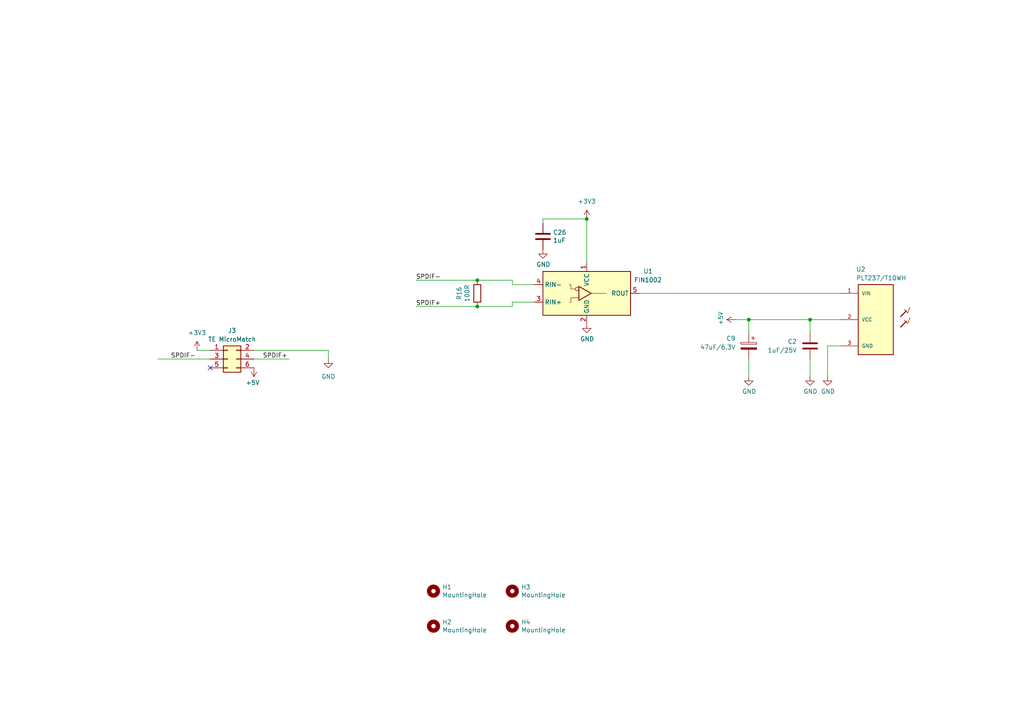
<source format=kicad_sch>
(kicad_sch (version 20250114) (generator "eeschema") (generator_version "9.0")
  (paper "A4")
  (title_block (title "SPDIF Transmitter Adapter") (date "2025-12-18") (rev "V1"))
  (lib_symbols
    (symbol "Connector_Generic:Conn_02x03_Odd_Even" (pin_names (offset 1.016) (hide yes))
      (property "Reference" "J" (at 1.27 5.08 0))
      (property "Value" "Conn_02x03_Odd_Even" (at 1.27 -5.08 0))
      (symbol "Conn_02x03_Odd_Even_1_1"
        (rectangle (start -1.27 3.81) (end 3.81 -3.81) (stroke (width 0.254)) (fill (type background)))
        (rectangle (start -1.27 2.667) (end 0 2.413) (stroke (width 0.1524)))
        (rectangle (start -1.27 0.127) (end 0 -0.127) (stroke (width 0.1524)))
        (rectangle (start -1.27 -2.413) (end 0 -2.667) (stroke (width 0.1524)))
        (rectangle (start 3.81 2.667) (end 2.54 2.413) (stroke (width 0.1524)))
        (rectangle (start 3.81 0.127) (end 2.54 -0.127) (stroke (width 0.1524)))
        (rectangle (start 3.81 -2.413) (end 2.54 -2.667) (stroke (width 0.1524)))
        (pin passive line (at -5.08 2.54 0) (length 3.81) (name "Pin_1") (number "1"))
        (pin passive line (at -5.08 0 0) (length 3.81) (name "Pin_3") (number "3"))
        (pin passive line (at -5.08 -2.54 0) (length 3.81) (name "Pin_5") (number "5"))
        (pin passive line (at 7.62 2.54 180) (length 3.81) (name "Pin_2") (number "2"))
        (pin passive line (at 7.62 0 180) (length 3.81) (name "Pin_4") (number "4"))
        (pin passive line (at 7.62 -2.54 180) (length 3.81) (name "Pin_6") (number "6"))
      )
    )
    (symbol "Device:C" (pin_numbers (hide yes)) (pin_names (offset 0.254))
      (property "Reference" "C" (at 0.635 2.54 0))
      (property "Value" "C" (at 0.635 -2.54 0))
      (symbol "C_0_1"
        (polyline (pts (xy -2.032 0.762) (xy 2.032 0.762)) (stroke (width 0.508)))
        (polyline (pts (xy -2.032 -0.762) (xy 2.032 -0.762)) (stroke (width 0.508)))
      )
      (symbol "C_1_1"
        (pin passive line (at 0 3.81 270) (length 2.794) (name "~") (number "1"))
        (pin passive line (at 0 -3.81 90) (length 2.794) (name "~") (number "2"))
      )
    )
    (symbol "Device:C_Polarized" (pin_numbers (hide yes)) (pin_names (offset 0.254))
      (property "Reference" "C" (at 0.635 2.54 0))
      (property "Value" "C_Polarized" (at 0.635 -2.54 0))
      (symbol "C_Polarized_0_1"
        (rectangle (start -2.286 0.508) (end 2.286 1.016))
        (polyline (pts (xy -1.778 2.286) (xy -0.762 2.286)))
        (polyline (pts (xy -1.27 2.794) (xy -1.27 1.778)))
        (rectangle (start 2.286 -0.508) (end -2.286 -1.016) (fill (type outline)))
      )
      (symbol "C_Polarized_1_1"
        (pin passive line (at 0 3.81 270) (length 2.794) (name "~") (number "1"))
        (pin passive line (at 0 -3.81 90) (length 2.794) (name "~") (number "2"))
      )
    )
    (symbol "Device:R" (pin_numbers (hide yes)) (pin_names (offset 0))
      (property "Reference" "R" (at 2.032 0 90))
      (property "Value" "R" (at 0 0 90))
      (symbol "R_0_1"
        (rectangle (start -1.016 -2.54) (end 1.016 2.54) (stroke (width 0.254)))
      )
      (symbol "R_1_1"
        (pin passive line (at 0 3.81 270) (length 1.27) (name "~") (number "1"))
        (pin passive line (at 0 -3.81 90) (length 1.27) (name "~") (number "2"))
      )
    )
    (symbol "Mechanical:MountingHole" (pin_names (offset 1.016)) (exclude_from_sim yes) (in_bom no)
      (property "Reference" "H" (at 0 5.08 0))
      (property "Value" "MountingHole" (at 0 3.175 0))
      (symbol "MountingHole_0_1"
        (circle (center 0 0) (radius 1.27) (stroke (width 1.27)))
      )
    )
    (symbol "kicad-snk:FIN1002"
      (property "Reference" "U?" (at 8.89 11.43 0))
      (property "Value" "FIN1002" (at 8.89 8.89 0))
      (symbol "FIN1002_0_1"
        (polyline (pts (xy -4.572 1.27) (xy -4.572 2.54) (xy -5.08 2.54)) (stroke (width 0.127)))
        (polyline (pts (xy -4.572 -1.27) (xy -4.572 -2.54) (xy -5.08 -2.54)) (stroke (width 0.127)))
        (polyline (pts (xy 1.27 0) (xy 5.588 0)) (stroke (width 0.127)))
      )
      (symbol "FIN1002_1_0"
        (rectangle (start -12.7 6.35) (end 12.7 -6.35) (stroke (width 0.254)) (fill (type background)))
      )
      (symbol "FIN1002_1_1"
        (polyline (pts (xy -4.572 1.27) (xy -3.302 1.27)) (stroke (width 0.127)))
        (polyline (pts (xy -4.572 -1.27) (xy -2.286 -1.27)) (stroke (width 0.127)))
        (circle (center -2.794 1.27) (radius 0.508))
        (polyline (pts (xy -2.286 2.032) (xy -2.286 -2.032) (xy 1.27 0) (xy -2.286 2.032)) (stroke (width 0.254)))
        (pin input line (at -15.24 2.54 0) (length 2.54) (name "RIN-") (number "4"))
        (pin input line (at -15.24 -2.54 0) (length 2.54) (name "RIN+") (number "3"))
        (pin power_in line (at 0 8.89 270) (length 2.54) (name "VCC") (number "1"))
        (pin power_in line (at 0 -8.89 90) (length 2.54) (name "GND") (number "2"))
        (pin tri_state line (at 15.24 0 180) (length 2.54) (name "ROUT") (number "5"))
      )
    )
    (symbol "kicad-snk:PLT237/T10WH" (pin_names (offset 1.016))
      (property "Reference" "U" (at -5.08 11.4554 0))
      (property "Value" "PLT237/T10WH" (at -5.08 -12.7254 0))
      (symbol "PLT237/T10WH_0_0"
        (rectangle (start -5.08 10.16) (end 5.08 -10.16) (stroke (width 0.254)) (fill (type background)))
        (polyline (pts (xy 7.239 0.9144) (xy 8.89 2.5654)) (stroke (width 0.3048)))
        (polyline (pts (xy 7.239 -2.1336) (xy 8.89 -0.4826)) (stroke (width 0.3048)))
        (polyline (pts (xy 9.906 3.5814) (xy 9.271 1.9304) (xy 8.255 2.9464)) (stroke (width 0.1524)) (fill (type background)))
        (polyline (pts (xy 9.906 0.5334) (xy 9.271 -1.1176) (xy 8.255 -0.1016)) (stroke (width 0.1524)) (fill (type background)))
      )
      (symbol "PLT237/T10WH_1_0"
        (pin output line (at -10.16 7.62 0) (length 5.08) (name "VIN") (number "1"))
        (pin power_in line (at -10.16 0 0) (length 5.08) (name "VCC") (number "2"))
        (pin power_in line (at -10.16 -7.62 0) (length 5.08) (name "GND") (number "3"))
      )
    )
    (symbol "power:+3.3V" (power) (pin_numbers (hide yes)) (pin_names (offset 0) (hide yes))
      (property "Value" "+3.3V" (at 0 3.556 0))
      (symbol "+3.3V_0_1"
        (polyline (pts (xy -0.762 1.27) (xy 0 2.54)))
        (polyline (pts (xy 0 2.54) (xy 0.762 1.27)))
        (polyline (pts (xy 0 0) (xy 0 2.54)))
      )
      (symbol "+3.3V_1_1"
        (pin power_in line (at 0 0 90) (length 0) (name "~") (number "1"))
      )
    )
    (symbol "power:+5V" (power) (pin_numbers (hide yes)) (pin_names (offset 0) (hide yes))
      (property "Value" "+5V" (at 0 3.556 0))
      (symbol "+5V_0_1"
        (polyline (pts (xy -0.762 1.27) (xy 0 2.54)))
        (polyline (pts (xy 0 2.54) (xy 0.762 1.27)))
        (polyline (pts (xy 0 0) (xy 0 2.54)))
      )
      (symbol "+5V_1_1"
        (pin power_in line (at 0 0 90) (length 0) (name "~") (number "1"))
      )
    )
    (symbol "power:GND" (power) (pin_names (offset 0))
      (property "Value" "GND" (at 0 -3.81 0))
      (symbol "GND_0_1"
        (polyline (pts (xy 0 0) (xy 0 -1.27) (xy 1.27 -1.27) (xy 0 -2.54) (xy -1.27 -1.27) (xy 0 -1.27)))
      )
      (symbol "GND_1_1"
        (pin power_in line (at 0 0 270) (length 0) (hide yes) (name "GND") (number "1"))
      )
    )
  )
  (junction (at 170.18 63.5))
  (junction (at 138.43 88.9))
  (junction (at 138.43 81.28))
  (junction (at 234.95 92.71))
  (junction (at 217.17 92.71))
  (no_connect (at 60.96 106.68))
  (wire (pts (xy 213.36 92.71) (xy 217.17 92.71)))
  (wire (pts (xy 45.72 104.14) (xy 60.96 104.14)))
  (wire (pts (xy 154.94 87.63) (xy 148.59 87.63)))
  (wire (pts (xy 120.65 88.9) (xy 138.43 88.9)))
  (wire (pts (xy 57.15 101.6) (xy 60.96 101.6)))
  (wire (pts (xy 217.17 92.71) (xy 234.95 92.71)))
  (wire (pts (xy 234.95 104.14) (xy 234.95 109.22)))
  (wire (pts (xy 170.18 63.5) (xy 170.18 76.2)))
  (wire (pts (xy 157.48 63.5) (xy 170.18 63.5)))
  (wire (pts (xy 185.42 85.09) (xy 243.84 85.09)))
  (wire (pts (xy 95.25 101.6) (xy 95.25 104.14)))
  (wire (pts (xy 73.66 104.14) (xy 83.82 104.14)))
  (wire (pts (xy 240.03 100.33) (xy 243.84 100.33)))
  (wire (pts (xy 217.17 104.14) (xy 217.17 109.22)))
  (wire (pts (xy 217.17 96.52) (xy 217.17 92.71)))
  (wire (pts (xy 234.95 92.71) (xy 234.95 96.52)))
  (wire (pts (xy 157.48 64.77) (xy 157.48 63.5)))
  (wire (pts (xy 154.94 82.55) (xy 148.59 82.55)))
  (wire (pts (xy 148.59 88.9) (xy 138.43 88.9)))
  (wire (pts (xy 148.59 87.63) (xy 148.59 88.9)))
  (wire (pts (xy 148.59 82.55) (xy 148.59 81.28)))
  (wire (pts (xy 73.66 101.6) (xy 95.25 101.6)))
  (wire (pts (xy 234.95 92.71) (xy 243.84 92.71)))
  (wire (pts (xy 120.65 81.28) (xy 138.43 81.28)))
  (wire (pts (xy 148.59 81.28) (xy 138.43 81.28)))
  (wire (pts (xy 240.03 109.22) (xy 240.03 100.33)))
  (label "SPDIF-" (at 49.53 104.14 0))
  (label "SPDIF+" (at 76.2 104.14 0))
  (label "SPDIF-" (at 120.65 81.28 0))
  (label "SPDIF+" (at 120.65 88.9 0))
  (symbol (lib_id "Device:C") (at 157.48 68.58 0) (unit 1)
    (property "Reference" "C26" (at 160.401 67.4116 0) (effects (justify left)))
    (property "Value" "1uF" (at 160.401 69.723 0) (effects (justify left)))
    (property "Footprint" "Capacitor_SMD:C_0805_2012Metric_Pad1.18x1.45mm_HandSolder" (effects (hide yes)))
  )
  (symbol (lib_id "Device:R") (at 138.43 85.09 0) (unit 1)
    (property "Reference" "R16" (at 133.1722 85.09 90))
    (property "Value" "100R" (at 135.4836 85.09 90))
    (property "Footprint" "Resistor_SMD:R_0805_2012Metric_Pad1.20x1.40mm_HandSolder" (effects (hide yes)))
  )
  (symbol (lib_id "power:GND") (at 95.25 104.14 0) (unit 1)
    (property "Reference" "#PWR043" (effects (hide yes)))
    (property "Value" "GND" (at 95.25 109.22 0))
    (property "Description" "Power symbol creates a global label with name \"GND\" , ground" (effects (hide yes)))
  )
  (symbol (lib_id "power:+3.3V") (at 57.15 101.6 0) (unit 1)
    (property "Reference" "#PWR042" (effects (hide yes)))
    (property "Value" "+3V3" (at 57.15 96.52 0))
    (property "Description" "Power symbol creates a global label with name \"+3.3V\"" (effects (hide yes)))
  )
  (symbol (lib_id "Mechanical:MountingHole") (at 125.73 181.61 0) (unit 1)
    (property "Reference" "H2" (at 128.27 180.4416 0) (effects (justify left)))
    (property "Value" "MountingHole" (at 128.27 182.753 0) (effects (justify left)))
    (property "Footprint" "MountingHole:MountingHole_3.2mm_M3_Pad_Via" (effects (hide yes)))
    (property "Description" "Mounting Hole without connection" (effects (hide yes)))
  )
  (symbol (lib_id "power:+5V") (at 213.36 92.71 90) (unit 1)
    (property "Reference" "#PWR010" (effects (hide yes)))
    (property "Value" "+5V" (at 209.0356 92.3417 0))
    (property "Description" "Power symbol creates a global label with name \"+5V\"" (effects (hide yes)))
  )
  (symbol (lib_id "power:GND") (at 217.17 109.22 0) (unit 1)
    (property "Reference" "#PWR030" (effects (hide yes)))
    (property "Value" "GND" (at 217.2843 113.5444 0))
    (property "Description" "Power symbol creates a global label with name \"GND\" , ground" (effects (hide yes)))
  )
  (symbol (lib_id "Device:C_Polarized") (at 217.17 100.33 0) (mirror y) (unit 1)
    (property "Reference" "C9" (at 213.36 98.171 0) (effects (justify left)))
    (property "Value" "47uF/6.3V" (at 213.36 100.711 0) (effects (justify left)))
    (property "Footprint" "Capacitor_SMD:C_1206_3216Metric_Pad1.33x1.80mm_HandSolder" (effects (hide yes)))
    (property "Description" "Polarized capacitor" (effects (hide yes)))
  )
  (symbol (lib_id "power:+3.3V") (at 170.18 63.5 0) (unit 1)
    (property "Reference" "#PWR03" (effects (hide yes)))
    (property "Value" "+3V3" (at 170.18 58.42 0))
    (property "Description" "Power symbol creates a global label with name \"+3.3V\"" (effects (hide yes)))
  )
  (symbol (lib_id "Mechanical:MountingHole") (at 125.73 171.45 0) (unit 1)
    (property "Reference" "H1" (at 128.27 170.2816 0) (effects (justify left)))
    (property "Value" "MountingHole" (at 128.27 172.593 0) (effects (justify left)))
    (property "Footprint" "MountingHole:MountingHole_3.2mm_M3_Pad_Via" (effects (hide yes)))
    (property "Description" "Mounting Hole without connection" (effects (hide yes)))
  )
  (symbol (lib_id "power:+5V") (at 73.66 106.68 180) (unit 1)
    (property "Reference" "#PWR044" (effects (hide yes)))
    (property "Value" "+5V" (at 73.2917 111.0044 0))
    (property "Description" "Power symbol creates a global label with name \"+5V\"" (effects (hide yes)))
  )
  (symbol (lib_id "Device:C") (at 234.95 100.33 0) (mirror y) (unit 1)
    (property "Reference" "C2" (at 231.14 99.06 0) (effects (justify left)))
    (property "Value" "1uF/25V" (at 231.14 101.6 0) (effects (justify left)))
    (property "Footprint" "Capacitor_SMD:C_0603_1608Metric_Pad1.08x0.95mm_HandSolder" (effects (hide yes)))
    (property "Description" "Unpolarized capacitor" (effects (hide yes)))
  )
  (symbol (lib_id "Mechanical:MountingHole") (at 148.59 171.45 0) (unit 1)
    (property "Reference" "H3" (at 151.13 170.2816 0) (effects (justify left)))
    (property "Value" "MountingHole" (at 151.13 172.593 0) (effects (justify left)))
    (property "Footprint" "MountingHole:MountingHole_3.2mm_M3_Pad_Via" (effects (hide yes)))
    (property "Description" "Mounting Hole without connection" (effects (hide yes)))
  )
  (symbol (lib_id "kicad-snk:FIN1002") (at 170.18 85.09 0) (unit 1)
    (property "Reference" "U1" (at 187.96 78.6698 0))
    (property "Value" "FIN1002" (at 187.96 81.2098 0))
    (property "Footprint" "Package_TO_SOT_SMD:SOT-23-5_HandSoldering" (effects (hide yes)))
    (property "Manufacturer" "ON Semiconductor" (effects (hide yes)))
    (property "Part Number" "FIN1002M5X" (effects (hide yes)))
    (property "Type" "SMT" (effects (hide yes)))
  )
  (symbol (lib_id "power:GND") (at 234.95 109.22 0) (unit 1)
    (property "Reference" "#PWR09" (effects (hide yes)))
    (property "Value" "GND" (at 235.0643 113.5444 0))
    (property "Description" "Power symbol creates a global label with name \"GND\" , ground" (effects (hide yes)))
  )
  (symbol (lib_id "power:GND") (at 240.03 109.22 0) (unit 1)
    (property "Reference" "#PWR08" (effects (hide yes)))
    (property "Value" "GND" (at 240.1443 113.5444 0))
    (property "Description" "Power symbol creates a global label with name \"GND\" , ground" (effects (hide yes)))
  )
  (symbol (lib_id "Connector_Generic:Conn_02x03_Odd_Even") (at 66.04 104.14 0) (unit 1)
    (property "Reference" "J3" (at 67.31 95.885 0))
    (property "Value" "TE MicroMatch" (at 67.31 98.425 0))
    (property "Footprint" "Connector_TE-Connectivity:TE_Micro-MaTch_215079-6_2x03_P1.27mm_Vertical" (effects (hide yes)))
    (property "Description" "Generic connector, double row, 02x03, odd/even pin numbering scheme (row 1 odd numbers, row 2 even numbers), script generated (kicad-library-utils/schlib/autogen/connector/)" (effects (hide yes)))
  )
  (symbol (lib_id "kicad-snk:PLT237/T10WH") (at 254 92.71 0) (unit 1)
    (property "Reference" "U2" (at 248.285 78.105 0) (effects (justify left)))
    (property "Value" "PLT237/T10WH" (at 248.285 80.645 0) (effects (justify left)))
    (property "Footprint" "kicad-snk:PLR135-T10_PLT133-T10W" (effects (hide yes)))
  )
  (symbol (lib_id "power:GND") (at 157.48 72.39 0) (unit 1)
    (property "Reference" "#PWR01" (effects (hide yes)))
    (property "Value" "GND" (at 157.5943 76.7144 0))
    (property "Description" "Power symbol creates a global label with name \"GND\" , ground" (effects (hide yes)))
  )
  (symbol (lib_id "power:GND") (at 170.18 93.98 0) (unit 1)
    (property "Reference" "#PWR02" (effects (hide yes)))
    (property "Value" "GND" (at 170.2943 98.3044 0))
    (property "Description" "Power symbol creates a global label with name \"GND\" , ground" (effects (hide yes)))
  )
  (symbol (lib_id "Mechanical:MountingHole") (at 148.59 181.61 0) (unit 1)
    (property "Reference" "H4" (at 151.13 180.4416 0) (effects (justify left)))
    (property "Value" "MountingHole" (at 151.13 182.753 0) (effects (justify left)))
    (property "Footprint" "MountingHole:MountingHole_3.2mm_M3_Pad_Via" (effects (hide yes)))
    (property "Description" "Mounting Hole without connection" (effects (hide yes)))
  )
)
</source>
